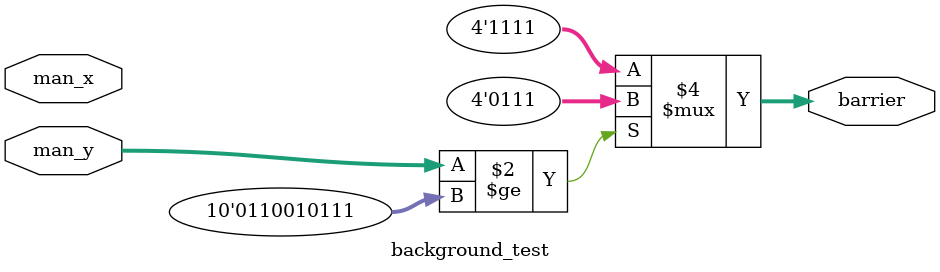
<source format=sv>
module background_test (
								input [9:0] 	man_x,
													man_y,
								output logic [3:0] barrier
);
		always_comb begin
			if (man_y >= 10'd12*10'd32+10'd23)
				barrier = 4'b0111;
			else
				barrier = 4'b1111;
		end
		
endmodule

</source>
